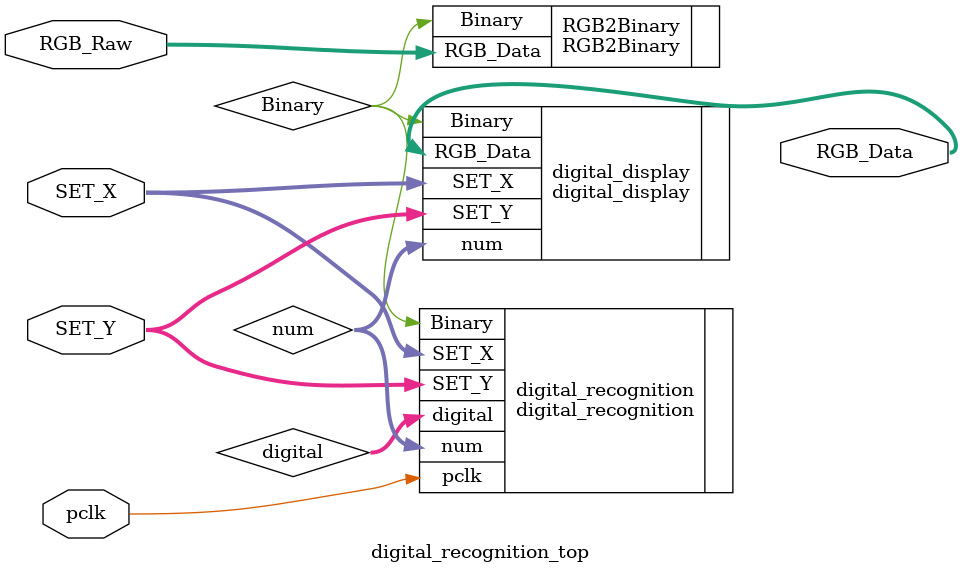
<source format=v>
`timescale 1ns / 1ps


module digital_recognition_top(
    input pclk,
    input [10:0] SET_X,                         //ÐÐÍ¬²½ÐÅºÅ
    input [9:0] SET_Y,                          //³¡Í¬²½ÐÅºÅ
    input [23:0] RGB_Raw,
    output [23:0] RGB_Data
    );
    
    wire Binary;
    wire [3:0] digital;                 //Ê¶±ð³öµÄÊý×Ö
    wire [6:0] num;                     //Æß¶ÎÏÔÊ¾Êý×Ö

//¶þÖµ»¯´¦Àí    
    RGB2Binary  RGB2Binary(
        .RGB_Data(RGB_Raw),
        .Binary(Binary)
        );

//Êý×ÖÊ¶±ðpart        
    digital_recognition     digital_recognition(
        .pclk(pclk),
        .SET_X(SET_X),
        .SET_Y(SET_Y),
        .Binary(Binary),
        .num(num),
        .digital(digital)
        );

//ÏÔÊ¾Ê¶±ðµÄÊý×Ö        
    digital_display     digital_display(
        .num(num),
        .SET_X(SET_X),
        .SET_Y(SET_Y),
        .Binary(Binary),
        .RGB_Data(RGB_Data)
        );
        
endmodule

</source>
